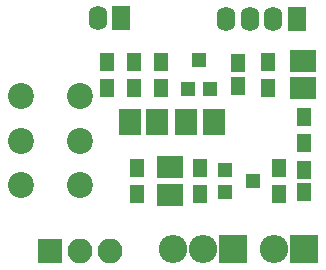
<source format=gts>
G04 #@! TF.FileFunction,Soldermask,Top*
%FSLAX46Y46*%
G04 Gerber Fmt 4.6, Leading zero omitted, Abs format (unit mm)*
G04 Created by KiCad (PCBNEW 4.0.7) date 04/30/18 07:14:38*
%MOMM*%
%LPD*%
G01*
G04 APERTURE LIST*
%ADD10C,0.100000*%
%ADD11R,1.150000X1.600000*%
%ADD12R,1.300000X1.200000*%
%ADD13R,1.949400X2.200860*%
%ADD14C,2.200000*%
%ADD15O,2.398980X2.398980*%
%ADD16R,2.398980X2.398980*%
%ADD17R,1.600000X2.100000*%
%ADD18O,1.600000X2.100000*%
%ADD19R,1.200000X1.300000*%
%ADD20R,1.300000X1.600000*%
%ADD21R,2.200860X1.949400*%
%ADD22R,2.100000X2.100000*%
%ADD23O,2.100000X2.100000*%
G04 APERTURE END LIST*
D10*
D11*
X166389370Y-105950738D03*
X166389370Y-104050738D03*
D12*
X165289370Y-113050738D03*
X165289370Y-114950738D03*
X167689370Y-114000738D03*
D13*
X162013350Y-109000738D03*
X164365390Y-109000738D03*
D14*
X147989370Y-106850738D03*
X147989370Y-110600738D03*
X147989370Y-114350738D03*
X152989370Y-106850738D03*
X152989370Y-110600738D03*
X152989370Y-114350738D03*
D15*
X160909370Y-119750738D03*
D16*
X165989370Y-119750738D03*
D15*
X163449370Y-119750738D03*
D17*
X156489370Y-100250738D03*
D18*
X154489370Y-100250738D03*
D17*
X171382033Y-100318381D03*
D18*
X169382033Y-100318381D03*
X167382033Y-100318381D03*
X165382033Y-100318381D03*
D19*
X162139370Y-106200738D03*
X164039370Y-106200738D03*
X163089370Y-103800738D03*
D20*
X159889370Y-103900738D03*
X159889370Y-106100738D03*
D21*
X171889370Y-106176758D03*
X171889370Y-103824718D03*
D13*
X157213350Y-109000738D03*
X159565390Y-109000738D03*
D11*
X171989370Y-113050738D03*
X171989370Y-114950738D03*
D21*
X160589370Y-115176758D03*
X160589370Y-112824718D03*
D15*
X169449370Y-119750738D03*
D16*
X171989370Y-119750738D03*
D20*
X168889370Y-106100738D03*
X168889370Y-103900738D03*
X157589370Y-103900738D03*
X157589370Y-106100738D03*
X169889370Y-112900738D03*
X169889370Y-115100738D03*
X163189370Y-115100738D03*
X163189370Y-112900738D03*
X157789370Y-115100738D03*
X157789370Y-112900738D03*
X155289370Y-103900738D03*
X155289370Y-106100738D03*
X171989370Y-108600738D03*
X171989370Y-110800738D03*
D22*
X150449370Y-119950738D03*
D23*
X152989370Y-119950738D03*
X155529370Y-119950738D03*
M02*

</source>
